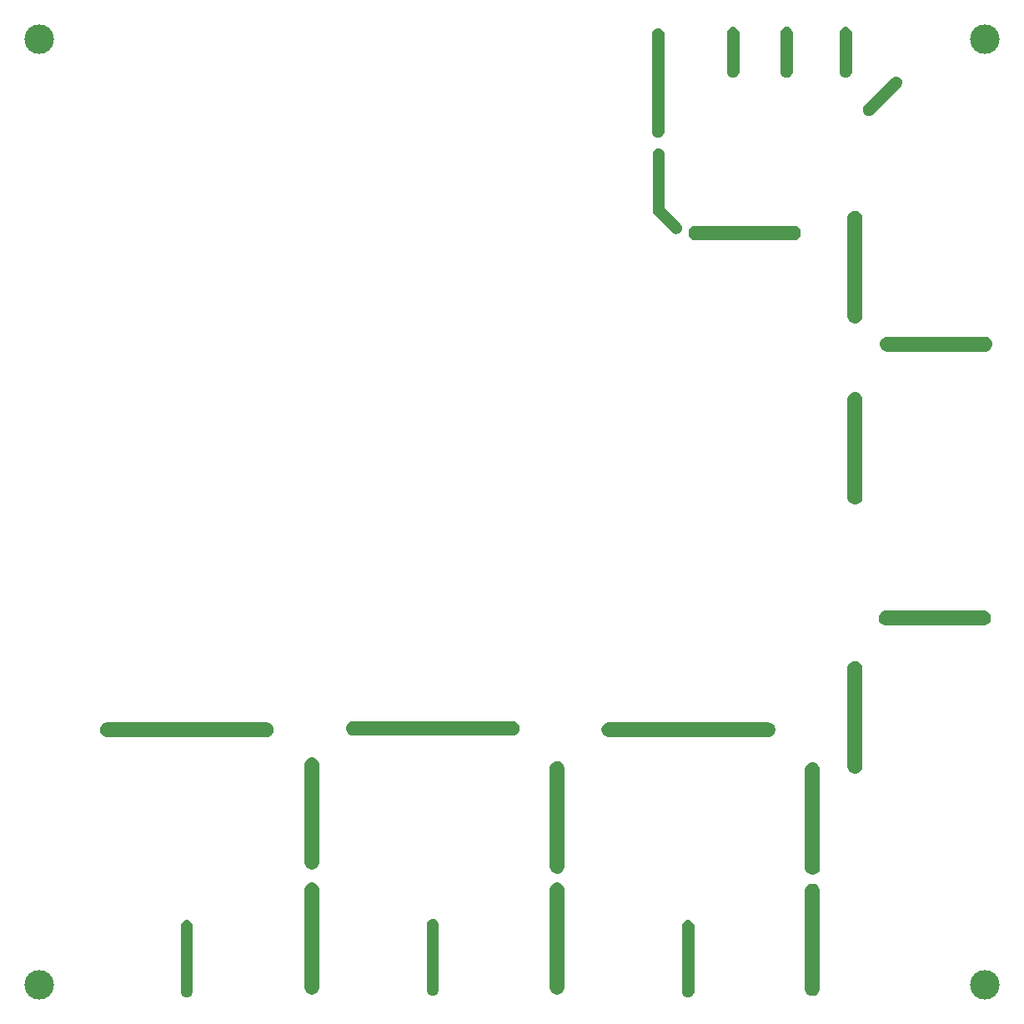
<source format=gbr>
G04 Layer_Color=0*
%FSLAX26Y26*%
%MOIN*%
%TF.FileFunction,NonPlated,1,2,NPTH,Drill*%
%TF.Part,Single*%
G01*
G75*
%TA.AperFunction,OtherDrill,Pad Free-4 (3779.527mil,3779.528mil)*%
%ADD74C,0.118110*%
%TA.AperFunction,OtherDrill,Pad Free-4 (3779.527mil,0mil)*%
%ADD75C,0.118110*%
%TA.AperFunction,OtherDrill,Pad Free-4 (0.001mil,3779.528mil)*%
%ADD76C,0.118110*%
%TA.AperFunction,OtherDrill,Pad Free-4 (0.001mil,0mil)*%
%ADD77C,0.118110*%
G36*
X2571363Y-25000D02*
Y-29702D01*
X2574961Y-38389D01*
X2581611Y-45038D01*
X2590298Y-48637D01*
X2599702D01*
X2608389Y-45038D01*
X2615038Y-38389D01*
X2618637Y-29702D01*
Y-25000D01*
D01*
Y235000D01*
Y239702D01*
X2615038Y248389D01*
X2608389Y255038D01*
X2599702Y258637D01*
X2590298D01*
X2581611Y255038D01*
X2574961Y248389D01*
X2571363Y239702D01*
Y235000D01*
D01*
Y-25000D01*
D02*
G37*
G36*
X1550733Y-20000D02*
Y-24702D01*
X1554332Y-33389D01*
X1560981Y-40038D01*
X1569668Y-43637D01*
X1579072D01*
X1587759Y-40038D01*
X1594408Y-33389D01*
X1598007Y-24702D01*
Y-20000D01*
D01*
Y240000D01*
Y244702D01*
X1594408Y253389D01*
X1587759Y260038D01*
X1579072Y263637D01*
X1569668D01*
X1560981Y260038D01*
X1554332Y253389D01*
X1550733Y244702D01*
Y240000D01*
D01*
Y-20000D01*
D02*
G37*
G36*
X566363Y-25000D02*
Y-29702D01*
X569962Y-38389D01*
X576611Y-45038D01*
X585298Y-48637D01*
X594702D01*
X603389Y-45038D01*
X610038Y-38389D01*
X613637Y-29702D01*
Y-25000D01*
D01*
Y235000D01*
Y239702D01*
X610038Y248389D01*
X603389Y255038D01*
X594702Y258637D01*
X585298D01*
X576611Y255038D01*
X569962Y248389D01*
X566363Y239702D01*
Y235000D01*
D01*
Y-25000D01*
D02*
G37*
G36*
X3300199Y3515199D02*
X3296875Y3511875D01*
X3293276Y3503187D01*
Y3493784D01*
X3296875Y3485096D01*
X3303524Y3478447D01*
X3312211Y3474848D01*
X3321615D01*
X3330302Y3478447D01*
X3333627Y3481771D01*
X3333627D01*
X3443229Y3591373D01*
X3446553Y3594698D01*
X3450152Y3603385D01*
Y3612789D01*
X3446553Y3621476D01*
X3439904Y3628125D01*
X3431216Y3631724D01*
X3421813D01*
X3413125Y3628125D01*
X3409801Y3624801D01*
Y3624801D01*
X3300199Y3515199D01*
D02*
G37*
G36*
X2964788Y3650000D02*
Y3645298D01*
X2968387Y3636611D01*
X2975036Y3629961D01*
X2983724Y3626363D01*
X2993127D01*
X3001814Y3629961D01*
X3008464Y3636611D01*
X3012062Y3645298D01*
Y3650000D01*
D01*
Y3805000D01*
Y3809702D01*
X3008464Y3818389D01*
X3001814Y3825038D01*
X2993127Y3828637D01*
X2983724D01*
X2975036Y3825038D01*
X2968387Y3818389D01*
X2964788Y3809702D01*
Y3805000D01*
D01*
Y3650000D01*
D02*
G37*
G36*
X3201363D02*
Y3645298D01*
X3204961Y3636611D01*
X3211611Y3629961D01*
X3220298Y3626363D01*
X3229702D01*
X3238389Y3629961D01*
X3245038Y3636611D01*
X3248637Y3645298D01*
Y3650000D01*
D01*
Y3805000D01*
Y3809702D01*
X3245038Y3818389D01*
X3238389Y3825038D01*
X3229702Y3828637D01*
X3220298D01*
X3211611Y3825038D01*
X3204961Y3818389D01*
X3201363Y3809702D01*
Y3805000D01*
D01*
Y3650000D01*
D02*
G37*
G36*
X2751363D02*
Y3645298D01*
X2754961Y3636611D01*
X2761611Y3629961D01*
X2770298Y3626363D01*
X2779702D01*
X2788389Y3629961D01*
X2795038Y3636611D01*
X2798637Y3645298D01*
Y3650000D01*
D01*
Y3805000D01*
Y3809702D01*
X2795038Y3818389D01*
X2788389Y3825038D01*
X2779702Y3828637D01*
X2770298D01*
X2761611Y3825038D01*
X2754961Y3818389D01*
X2751363Y3809702D01*
Y3805000D01*
D01*
Y3650000D01*
D02*
G37*
G36*
X2451363Y3410000D02*
Y3405298D01*
X2454961Y3396611D01*
X2461611Y3389961D01*
X2470298Y3386363D01*
X2479702D01*
X2488389Y3389961D01*
X2495038Y3396611D01*
X2498637Y3405298D01*
Y3410000D01*
D01*
Y3800000D01*
Y3804702D01*
X2495038Y3813389D01*
X2488389Y3820038D01*
X2479702Y3823637D01*
X2470298D01*
X2461611Y3820038D01*
X2454961Y3813389D01*
X2451363Y3804702D01*
Y3800000D01*
D01*
Y3410000D01*
D02*
G37*
G36*
X2459649Y3078495D02*
X2458003Y3080141D01*
X2455416Y3084013D01*
X2453634Y3088314D01*
X2452726Y3092881D01*
Y3095209D01*
D01*
Y3320209D01*
Y3324911D01*
X2456325Y3333598D01*
X2462974Y3340248D01*
X2471661Y3343846D01*
X2481065D01*
X2489752Y3340248D01*
X2496401Y3333598D01*
X2500000Y3324911D01*
Y3320209D01*
D01*
Y3105000D01*
X2563077Y3041923D01*
X2564723Y3040277D01*
X2567310Y3036405D01*
X2569092Y3032104D01*
X2570000Y3027537D01*
Y3025209D01*
Y3021703D01*
X2567964Y3014992D01*
X2564068Y3009162D01*
X2558648Y3004713D01*
X2552169Y3002030D01*
X2545190Y3001342D01*
X2538313Y3002710D01*
X2532128Y3006016D01*
X2529649Y3008495D01*
D01*
X2459649Y3078495D01*
D02*
G37*
G36*
X3015000Y2975915D02*
X3018889D01*
X3026403Y2977928D01*
X3033140Y2981818D01*
X3038640Y2987318D01*
X3042529Y2994055D01*
X3044543Y3001568D01*
Y3009347D01*
X3042529Y3016860D01*
X3038640Y3023597D01*
X3033140Y3029097D01*
X3026403Y3032987D01*
X3018889Y3035000D01*
X3015000D01*
D01*
X2625000D01*
X2621111D01*
X2613597Y3032987D01*
X2606860Y3029097D01*
X2601360Y3023597D01*
X2597471Y3016860D01*
X2595457Y3009347D01*
Y3001568D01*
X2597471Y2994055D01*
X2601360Y2987318D01*
X2606860Y2981818D01*
X2613597Y2977928D01*
X2621111Y2975915D01*
X2625000D01*
D01*
X3015000D01*
D02*
G37*
G36*
X3231718Y2674409D02*
Y2670520D01*
X3233731Y2663006D01*
X3237620Y2656270D01*
X3243120Y2650769D01*
X3249857Y2646880D01*
X3257371Y2644867D01*
X3265149D01*
X3272663Y2646880D01*
X3279399Y2650769D01*
X3284900Y2656270D01*
X3288789Y2663006D01*
X3290802Y2670520D01*
Y2674409D01*
D01*
Y3064409D01*
Y3068299D01*
X3288789Y3075812D01*
X3284900Y3082549D01*
X3279399Y3088049D01*
X3272663Y3091939D01*
X3265149Y3093952D01*
X3257371D01*
X3249857Y3091939D01*
X3243120Y3088049D01*
X3237620Y3082549D01*
X3233731Y3075812D01*
X3231718Y3068299D01*
Y3064409D01*
D01*
Y2674409D01*
D02*
G37*
G36*
Y1949409D02*
Y1945520D01*
X3233731Y1938006D01*
X3237620Y1931270D01*
X3243120Y1925770D01*
X3249857Y1921880D01*
X3257371Y1919867D01*
X3265149D01*
X3272663Y1921880D01*
X3279399Y1925770D01*
X3284900Y1931270D01*
X3288789Y1938006D01*
X3290802Y1945520D01*
Y1949409D01*
D01*
Y2339409D01*
Y2343299D01*
X3288789Y2350812D01*
X3284900Y2357549D01*
X3279399Y2363049D01*
X3272663Y2366939D01*
X3265149Y2368952D01*
X3257371D01*
X3249857Y2366939D01*
X3243120Y2363049D01*
X3237620Y2357549D01*
X3233731Y2350812D01*
X3231718Y2343299D01*
Y2339409D01*
D01*
Y1949409D01*
D02*
G37*
G36*
Y874409D02*
Y870520D01*
X3233731Y863006D01*
X3237620Y856270D01*
X3243120Y850769D01*
X3249857Y846880D01*
X3257371Y844867D01*
X3265149D01*
X3272663Y846880D01*
X3279399Y850769D01*
X3284900Y856270D01*
X3288789Y863006D01*
X3290802Y870520D01*
Y874409D01*
D01*
Y1264409D01*
Y1268299D01*
X3288789Y1275812D01*
X3284900Y1282549D01*
X3279399Y1288049D01*
X3272663Y1291939D01*
X3265149Y1293952D01*
X3257371D01*
X3249857Y1291939D01*
X3243120Y1288049D01*
X3237620Y1282549D01*
X3233731Y1275812D01*
X3231718Y1268299D01*
Y1264409D01*
D01*
Y874409D01*
D02*
G37*
G36*
X3061088Y-15000D02*
Y-18889D01*
X3063101Y-26403D01*
X3066990Y-33140D01*
X3072490Y-38640D01*
X3079227Y-42529D01*
X3086741Y-44542D01*
X3094519D01*
X3102033Y-42529D01*
X3108769Y-38640D01*
X3114270Y-33140D01*
X3118159Y-26403D01*
X3120173Y-18889D01*
Y-15000D01*
D01*
Y375000D01*
Y378889D01*
X3118159Y386403D01*
X3114270Y393139D01*
X3108769Y398640D01*
X3102033Y402529D01*
X3094519Y404543D01*
X3086741D01*
X3079227Y402529D01*
X3072490Y398640D01*
X3066990Y393139D01*
X3063101Y386403D01*
X3061088Y378889D01*
Y375000D01*
D01*
Y-15000D01*
D02*
G37*
G36*
X3061718Y469409D02*
Y465520D01*
X3063731Y458006D01*
X3067620Y451270D01*
X3073120Y445769D01*
X3079857Y441880D01*
X3087371Y439867D01*
X3095149D01*
X3102663Y441880D01*
X3109399Y445769D01*
X3114900Y451270D01*
X3118789Y458006D01*
X3120802Y465520D01*
Y469409D01*
D01*
Y859409D01*
Y863299D01*
X3118789Y870812D01*
X3114900Y877549D01*
X3109399Y883049D01*
X3102663Y886939D01*
X3095149Y888952D01*
X3087371D01*
X3079857Y886939D01*
X3073120Y883049D01*
X3067620Y877549D01*
X3063731Y870812D01*
X3061718Y863299D01*
Y859409D01*
D01*
Y469409D01*
D02*
G37*
G36*
X2277500Y990457D02*
X2273611D01*
X2266097Y992471D01*
X2259360Y996360D01*
X2253860Y1001860D01*
X2249971Y1008597D01*
X2247957Y1016111D01*
Y1023889D01*
X2249971Y1031403D01*
X2253860Y1038139D01*
X2259360Y1043640D01*
X2266097Y1047529D01*
X2273611Y1049543D01*
X2277500D01*
D01*
X2912500D01*
X2915410D01*
X2921117Y1048407D01*
X2926494Y1046180D01*
X2931332Y1042947D01*
X2935447Y1038832D01*
X2938680Y1033994D01*
X2940907Y1028617D01*
X2942043Y1022910D01*
Y1020000D01*
Y1017090D01*
X2940907Y1011383D01*
X2938680Y1006006D01*
X2935447Y1001168D01*
X2931332Y997053D01*
X2926494Y993820D01*
X2921117Y991593D01*
X2915410Y990457D01*
X2912500D01*
D01*
X2277500D01*
D02*
G37*
G36*
X2040457Y-10000D02*
Y-13889D01*
X2042471Y-21403D01*
X2046360Y-28140D01*
X2051860Y-33640D01*
X2058597Y-37529D01*
X2066111Y-39542D01*
X2073889D01*
X2081403Y-37529D01*
X2088140Y-33640D01*
X2093640Y-28140D01*
X2097529Y-21403D01*
X2099543Y-13889D01*
Y-10000D01*
D01*
Y380000D01*
Y383889D01*
X2097529Y391403D01*
X2093640Y398139D01*
X2088140Y403640D01*
X2081403Y407529D01*
X2073889Y409543D01*
X2066111D01*
X2058597Y407529D01*
X2051860Y403640D01*
X2046360Y398139D01*
X2042471Y391403D01*
X2040457Y383889D01*
Y380000D01*
D01*
Y-10000D01*
D02*
G37*
G36*
X2041088Y474409D02*
Y470520D01*
X2043101Y463006D01*
X2046990Y456270D01*
X2052490Y450769D01*
X2059227Y446880D01*
X2066741Y444867D01*
X2074519D01*
X2082033Y446880D01*
X2088769Y450769D01*
X2094270Y456270D01*
X2098159Y463006D01*
X2100173Y470520D01*
Y474409D01*
D01*
Y864409D01*
Y868299D01*
X2098159Y875812D01*
X2094270Y882549D01*
X2088769Y888049D01*
X2082033Y891939D01*
X2074519Y893952D01*
X2066741D01*
X2059227Y891939D01*
X2052490Y888049D01*
X2046990Y882549D01*
X2043101Y875812D01*
X2041088Y868299D01*
Y864409D01*
D01*
Y474409D01*
D02*
G37*
G36*
X1256870Y995457D02*
X1252981D01*
X1245467Y997471D01*
X1238730Y1001360D01*
X1233230Y1006860D01*
X1229341Y1013597D01*
X1227328Y1021111D01*
Y1028889D01*
X1229341Y1036403D01*
X1233230Y1043139D01*
X1238730Y1048640D01*
X1245467Y1052529D01*
X1252981Y1054543D01*
X1256870D01*
D01*
X1891870D01*
X1894780D01*
X1900487Y1053407D01*
X1905864Y1051180D01*
X1910702Y1047947D01*
X1914817Y1043832D01*
X1918050Y1038994D01*
X1920277Y1033617D01*
X1921412Y1027910D01*
Y1025000D01*
Y1022090D01*
X1920277Y1016383D01*
X1918050Y1011006D01*
X1914817Y1006168D01*
X1910702Y1002053D01*
X1905864Y998820D01*
X1900487Y996593D01*
X1894780Y995457D01*
X1891870D01*
D01*
X1256870D01*
D02*
G37*
G36*
X1060457Y-10000D02*
Y-13889D01*
X1062471Y-21403D01*
X1066360Y-28140D01*
X1071860Y-33640D01*
X1078597Y-37529D01*
X1086111Y-39542D01*
X1093889D01*
X1101403Y-37529D01*
X1108139Y-33640D01*
X1113640Y-28140D01*
X1117529Y-21403D01*
X1119543Y-13889D01*
Y-10000D01*
D01*
Y380000D01*
Y383889D01*
X1117529Y391403D01*
X1113640Y398139D01*
X1108139Y403640D01*
X1101403Y407529D01*
X1093889Y409543D01*
X1086111D01*
X1078597Y407529D01*
X1071860Y403640D01*
X1066360Y398139D01*
X1062471Y391403D01*
X1060457Y383889D01*
Y380000D01*
D01*
Y-10000D01*
D02*
G37*
G36*
Y490000D02*
Y486111D01*
X1062471Y478597D01*
X1066360Y471860D01*
X1071860Y466360D01*
X1078597Y462471D01*
X1086111Y460457D01*
X1093889D01*
X1101403Y462471D01*
X1108139Y466360D01*
X1113640Y471860D01*
X1117529Y478597D01*
X1119543Y486111D01*
Y490000D01*
D01*
Y880000D01*
Y883889D01*
X1117529Y891403D01*
X1113640Y898139D01*
X1108139Y903640D01*
X1101403Y907529D01*
X1093889Y909543D01*
X1086111D01*
X1078597Y907529D01*
X1071860Y903640D01*
X1066360Y898139D01*
X1062471Y891403D01*
X1060457Y883889D01*
Y880000D01*
D01*
Y490000D01*
D02*
G37*
G36*
X272500Y990457D02*
X268611D01*
X261097Y992471D01*
X254360Y996360D01*
X248860Y1001860D01*
X244971Y1008597D01*
X242958Y1016111D01*
Y1023889D01*
X244971Y1031403D01*
X248860Y1038139D01*
X254360Y1043640D01*
X261097Y1047529D01*
X268611Y1049543D01*
X272500D01*
D01*
X907500D01*
X910410D01*
X916117Y1048407D01*
X921494Y1046180D01*
X926332Y1042947D01*
X930447Y1038832D01*
X933680Y1033994D01*
X935907Y1028617D01*
X937043Y1022910D01*
Y1020000D01*
Y1017090D01*
X935907Y1011383D01*
X933680Y1006006D01*
X930447Y1001168D01*
X926332Y997053D01*
X921494Y993820D01*
X916117Y991593D01*
X910410Y990457D01*
X907500D01*
D01*
X272500D01*
D02*
G37*
G36*
X3780591Y2531718D02*
X3784480D01*
X3791994Y2533731D01*
X3798730Y2537620D01*
X3804230Y2543120D01*
X3808120Y2549857D01*
X3810133Y2557371D01*
Y2565149D01*
X3808120Y2572663D01*
X3804230Y2579399D01*
X3798730Y2584900D01*
X3791994Y2588789D01*
X3784480Y2590802D01*
X3780591D01*
D01*
X3390591D01*
X3386701D01*
X3379188Y2588789D01*
X3372451Y2584900D01*
X3366951Y2579399D01*
X3363061Y2572663D01*
X3361048Y2565149D01*
Y2557371D01*
X3363061Y2549857D01*
X3366951Y2543120D01*
X3372451Y2537620D01*
X3379188Y2533731D01*
X3386701Y2531718D01*
X3390591D01*
D01*
X3780591D01*
D02*
G37*
G36*
X3775591Y1436717D02*
X3779480D01*
X3786994Y1438731D01*
X3793730Y1442620D01*
X3799230Y1448120D01*
X3803120Y1454857D01*
X3805133Y1462371D01*
Y1470149D01*
X3803120Y1477663D01*
X3799230Y1484399D01*
X3793730Y1489900D01*
X3786994Y1493789D01*
X3779480Y1495803D01*
X3775591D01*
D01*
X3385591D01*
X3381701D01*
X3374188Y1493789D01*
X3367451Y1489900D01*
X3361951Y1484399D01*
X3358061Y1477663D01*
X3356048Y1470149D01*
Y1462371D01*
X3358061Y1454857D01*
X3361951Y1448120D01*
X3367451Y1442620D01*
X3374188Y1438731D01*
X3381701Y1436717D01*
X3385591D01*
D01*
X3775591D01*
D02*
G37*
D74*
X3779527Y3779528D02*
D03*
D75*
Y-0D02*
D03*
D76*
X1Y3779528D02*
D03*
D77*
Y-0D02*
D03*
%TF.MD5,515fe333584c6a9264c826777f47e5d9*%
M02*

</source>
